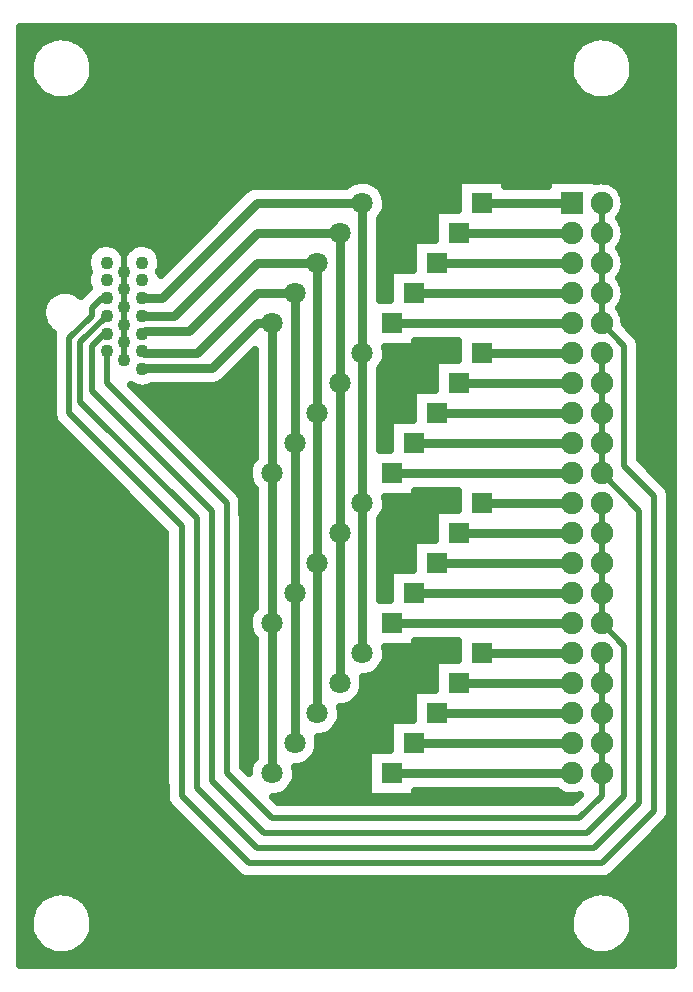
<source format=gbr>
From c3ca4f95bd59f69d45e582a4149327f57a360760 Mon Sep 17 00:00:00 2001
From: jaseg <git@jaseg.de>
Date: Sun, 30 Jan 2022 20:11:38 +0100
Subject: Rename gerbonara/gerber package to just gerbonara

---
 .../tests/resources/diptrace/keyboard_Bottom.gbr   | 1616 --------------------
 1 file changed, 1616 deletions(-)
 delete mode 100644 gerbonara/gerber/tests/resources/diptrace/keyboard_Bottom.gbr

(limited to 'gerbonara/gerber/tests/resources/diptrace/keyboard_Bottom.gbr')

diff --git a/gerbonara/gerber/tests/resources/diptrace/keyboard_Bottom.gbr b/gerbonara/gerber/tests/resources/diptrace/keyboard_Bottom.gbr
deleted file mode 100644
index 0d6f5f3..0000000
--- a/gerbonara/gerber/tests/resources/diptrace/keyboard_Bottom.gbr
+++ /dev/null
@@ -1,1616 +0,0 @@
-G04 DipTrace 2.4.0.1*
-%INkeyboard_Bottom.gbr*%
-%MOIN*%
-%ADD13C,0.03*%
-%ADD14C,0.02*%
-%ADD15C,0.025*%
-%ADD17C,0.0433*%
-%ADD18C,0.0787*%
-%ADD19C,0.0748*%
-%ADD20R,0.0748X0.0748*%
-%ADD21R,0.0709X0.0709*%
-%ADD22C,0.0709*%
-%FSLAX44Y44*%
-G04*
-G70*
-G90*
-G75*
-G01*
-%LNBottom*%
-%LPD*%
-X15461Y29437D2*
-D13*
-Y24437D1*
-Y19437D1*
-Y14437D1*
-X8118Y26278D2*
-X8778D1*
-X11937Y29437D1*
-X15461D1*
-X14711Y28437D2*
-Y23437D1*
-Y18437D1*
-Y13437D1*
-X8118Y25687D2*
-X9187D1*
-X11937Y28437D1*
-X14711D1*
-X13961Y27437D2*
-X11937D1*
-X9687Y25187D1*
-X8209D1*
-X8118Y25096D1*
-X13961Y27437D2*
-Y22437D1*
-Y17437D1*
-Y12437D1*
-X13211Y26437D2*
-X11937D1*
-X9937Y24437D1*
-X8187D1*
-X8118Y24506D1*
-X13211Y26437D2*
-Y21437D1*
-Y16437D1*
-Y11437D1*
-X12461Y25437D2*
-X11937D1*
-X10437Y23937D1*
-X8140D1*
-X8118Y23915D1*
-X12461Y25437D2*
-Y20437D1*
-Y15437D1*
-Y10437D1*
-X7528Y25982D2*
-D14*
-Y25392D1*
-Y24801D1*
-Y24211D1*
-Y25982D2*
-Y26573D1*
-Y27163D1*
-Y28096D1*
-X6937Y28687D1*
-X5039D1*
-X4850Y28876D1*
-X19437Y19437D2*
-D13*
-X22437D1*
-Y18437D2*
-X18687D1*
-X17937Y17437D2*
-X22437D1*
-Y16437D2*
-X17187D1*
-X16437Y15437D2*
-X22437D1*
-Y14437D2*
-X19437D1*
-X18687Y13437D2*
-X22437D1*
-Y12437D2*
-X17937D1*
-X17187Y11437D2*
-X22437D1*
-X19437Y29437D2*
-X22437D1*
-Y28437D2*
-X18687D1*
-X17937Y27437D2*
-X22437D1*
-Y26437D2*
-X17187D1*
-X16437Y25437D2*
-X22437D1*
-Y24437D2*
-X19437D1*
-X18687Y23437D2*
-X22437D1*
-Y22437D2*
-X17937D1*
-X17187Y21437D2*
-X22437D1*
-Y20437D2*
-X16437D1*
-X22437Y10437D2*
-X16437D1*
-X23437Y29437D2*
-D14*
-Y28437D1*
-Y27437D1*
-Y26437D1*
-Y25437D1*
-X24187Y24687D1*
-Y20687D1*
-X25187Y19687D1*
-Y9187D1*
-X23437Y7437D1*
-X11687D1*
-X9437Y9687D1*
-Y18687D1*
-X5687Y22437D1*
-Y24937D1*
-X6437Y25687D1*
-Y25937D1*
-X6778Y26278D1*
-X6937D1*
-X23437Y24437D2*
-Y23437D1*
-Y22437D1*
-Y21437D1*
-Y20437D1*
-X6937Y25687D2*
-X6062Y24812D1*
-Y22812D1*
-X9937Y18937D1*
-Y9937D1*
-X11937Y7937D1*
-X23187D1*
-X24687Y9437D1*
-Y19187D1*
-X23437Y20437D1*
-Y19437D2*
-Y18437D1*
-Y17437D1*
-Y16437D1*
-Y15437D1*
-X6937Y25096D2*
-X6846D1*
-X6437Y24687D1*
-Y23187D1*
-X10437Y19187D1*
-Y10187D1*
-X12187Y8437D1*
-X22937D1*
-X24187Y9687D1*
-Y14687D1*
-X23437Y15437D1*
-Y14437D2*
-Y13437D1*
-Y12437D1*
-Y10437D2*
-Y11437D1*
-Y12437D1*
-Y10437D2*
-Y9687D1*
-X22687Y8937D1*
-X12437D1*
-X10937Y10437D1*
-Y19437D1*
-X6937Y23437D1*
-Y24506D1*
-X4087Y35063D2*
-D15*
-X25789D1*
-X4087Y34815D2*
-X4808D1*
-X6066D2*
-X22808D1*
-X24066D2*
-X25789D1*
-X4087Y34566D2*
-X4555D1*
-X6319D2*
-X22555D1*
-X24319D2*
-X25789D1*
-X4087Y34317D2*
-X4418D1*
-X6456D2*
-X22418D1*
-X24456D2*
-X25789D1*
-X4087Y34069D2*
-X4355D1*
-X6519D2*
-X22355D1*
-X24519D2*
-X25789D1*
-X4087Y33820D2*
-X4355D1*
-X6519D2*
-X22355D1*
-X24519D2*
-X25789D1*
-X4087Y33571D2*
-X4414D1*
-X6460D2*
-X22414D1*
-X24460D2*
-X25789D1*
-X4087Y33323D2*
-X4543D1*
-X6331D2*
-X22543D1*
-X24331D2*
-X25789D1*
-X4087Y33074D2*
-X4789D1*
-X6085D2*
-X22789D1*
-X24085D2*
-X25789D1*
-X4087Y32825D2*
-X25789D1*
-X4087Y32576D2*
-X25789D1*
-X4087Y32328D2*
-X25789D1*
-X4087Y32079D2*
-X25789D1*
-X4087Y31830D2*
-X25789D1*
-X4087Y31582D2*
-X25789D1*
-X4087Y31333D2*
-X25789D1*
-X4087Y31084D2*
-X25789D1*
-X4087Y30836D2*
-X25789D1*
-X4087Y30587D2*
-X25789D1*
-X4087Y30338D2*
-X25789D1*
-X4087Y30090D2*
-X14992D1*
-X15929D2*
-X18621D1*
-X20253D2*
-X21644D1*
-X23870D2*
-X25789D1*
-X4087Y29841D2*
-X11488D1*
-X16163D2*
-X18621D1*
-X24116D2*
-X25789D1*
-X4087Y29592D2*
-X11238D1*
-X16261D2*
-X18621D1*
-X24214D2*
-X25789D1*
-X4087Y29344D2*
-X10992D1*
-X16269D2*
-X18621D1*
-X24226D2*
-X25789D1*
-X4087Y29095D2*
-X10742D1*
-X16198D2*
-X17871D1*
-X24151D2*
-X25789D1*
-X4087Y28846D2*
-X10492D1*
-X16069D2*
-X17871D1*
-X24112D2*
-X25789D1*
-X4087Y28597D2*
-X10246D1*
-X16069D2*
-X17871D1*
-X24214D2*
-X25789D1*
-X4087Y28349D2*
-X9996D1*
-X16069D2*
-X17871D1*
-X24226D2*
-X25789D1*
-X4087Y28100D2*
-X6797D1*
-X7076D2*
-X7980D1*
-X8257D2*
-X9746D1*
-X16069D2*
-X17121D1*
-X24155D2*
-X25789D1*
-X4087Y27851D2*
-X6391D1*
-X7483D2*
-X7573D1*
-X8663D2*
-X9500D1*
-X16069D2*
-X17121D1*
-X24108D2*
-X25789D1*
-X4087Y27603D2*
-X6277D1*
-X8776D2*
-X9250D1*
-X16069D2*
-X17121D1*
-X24214D2*
-X25789D1*
-X4087Y27354D2*
-X6269D1*
-X8784D2*
-X9004D1*
-X16069D2*
-X17121D1*
-X24226D2*
-X25789D1*
-X4087Y27105D2*
-X6305D1*
-X16069D2*
-X16371D1*
-X24155D2*
-X25789D1*
-X4087Y26857D2*
-X6262D1*
-X16069D2*
-X16371D1*
-X24108D2*
-X25789D1*
-X4087Y26608D2*
-X6316D1*
-X16069D2*
-X16371D1*
-X24214D2*
-X25789D1*
-X4087Y26359D2*
-X5019D1*
-X16069D2*
-X16371D1*
-X24226D2*
-X25789D1*
-X4087Y26111D2*
-X4836D1*
-X24159D2*
-X25789D1*
-X4087Y25862D2*
-X4769D1*
-X24105D2*
-X25789D1*
-X4087Y25613D2*
-X4785D1*
-X24210D2*
-X25789D1*
-X4087Y25365D2*
-X4891D1*
-X24292D2*
-X25789D1*
-X4087Y25116D2*
-X5156D1*
-X24538D2*
-X25789D1*
-X4087Y24867D2*
-X5129D1*
-X24714D2*
-X25789D1*
-X4087Y24618D2*
-X5129D1*
-X16253D2*
-X18621D1*
-X24745D2*
-X25789D1*
-X4087Y24370D2*
-X5129D1*
-X11722D2*
-X11848D1*
-X16273D2*
-X18621D1*
-X24745D2*
-X25789D1*
-X4087Y24121D2*
-X5129D1*
-X11472D2*
-X11851D1*
-X16210D2*
-X17871D1*
-X24745D2*
-X25789D1*
-X4087Y23872D2*
-X5129D1*
-X11226D2*
-X11851D1*
-X16069D2*
-X17871D1*
-X24745D2*
-X25789D1*
-X4087Y23624D2*
-X5129D1*
-X10976D2*
-X11851D1*
-X16069D2*
-X17871D1*
-X24745D2*
-X25789D1*
-X4087Y23375D2*
-X5129D1*
-X10624D2*
-X11851D1*
-X16069D2*
-X17871D1*
-X24745D2*
-X25789D1*
-X4087Y23126D2*
-X5129D1*
-X8030D2*
-X11851D1*
-X16069D2*
-X17121D1*
-X24745D2*
-X25789D1*
-X4087Y22878D2*
-X5129D1*
-X8276D2*
-X11851D1*
-X16069D2*
-X17121D1*
-X24745D2*
-X25789D1*
-X4087Y22629D2*
-X5129D1*
-X8526D2*
-X11851D1*
-X16069D2*
-X17121D1*
-X24745D2*
-X25789D1*
-X4087Y22380D2*
-X5129D1*
-X8776D2*
-X11851D1*
-X16069D2*
-X17121D1*
-X24745D2*
-X25789D1*
-X4087Y22132D2*
-X5223D1*
-X9023D2*
-X11851D1*
-X16069D2*
-X16371D1*
-X24745D2*
-X25789D1*
-X4087Y21883D2*
-X5461D1*
-X9273D2*
-X11851D1*
-X16069D2*
-X16371D1*
-X24745D2*
-X25789D1*
-X4087Y21634D2*
-X5707D1*
-X9523D2*
-X11851D1*
-X16069D2*
-X16371D1*
-X24745D2*
-X25789D1*
-X4087Y21386D2*
-X5957D1*
-X9769D2*
-X11851D1*
-X16069D2*
-X16371D1*
-X24745D2*
-X25789D1*
-X4087Y21137D2*
-X6207D1*
-X10019D2*
-X11851D1*
-X24745D2*
-X25789D1*
-X4087Y20888D2*
-X6453D1*
-X10269D2*
-X11789D1*
-X24769D2*
-X25789D1*
-X4087Y20639D2*
-X6703D1*
-X10515D2*
-X11672D1*
-X25015D2*
-X25789D1*
-X4087Y20391D2*
-X6953D1*
-X10765D2*
-X11648D1*
-X25265D2*
-X25789D1*
-X4087Y20142D2*
-X7199D1*
-X11015D2*
-X11703D1*
-X25515D2*
-X25789D1*
-X4087Y19893D2*
-X7449D1*
-X11261D2*
-X11851D1*
-X25706D2*
-X25789D1*
-X4087Y19645D2*
-X7699D1*
-X11456D2*
-X11851D1*
-X16245D2*
-X18621D1*
-X4087Y19396D2*
-X7945D1*
-X11495D2*
-X11851D1*
-X16273D2*
-X18621D1*
-X4087Y19147D2*
-X8195D1*
-X11495D2*
-X11851D1*
-X16218D2*
-X17871D1*
-X4087Y18899D2*
-X8445D1*
-X11495D2*
-X11851D1*
-X16069D2*
-X17871D1*
-X4087Y18650D2*
-X8691D1*
-X11495D2*
-X11851D1*
-X16069D2*
-X17871D1*
-X4087Y18401D2*
-X8879D1*
-X11495D2*
-X11851D1*
-X16069D2*
-X17871D1*
-X4087Y18153D2*
-X8879D1*
-X11495D2*
-X11851D1*
-X16069D2*
-X17121D1*
-X4087Y17904D2*
-X8879D1*
-X11495D2*
-X11851D1*
-X16069D2*
-X17121D1*
-X4087Y17655D2*
-X8879D1*
-X11495D2*
-X11851D1*
-X16069D2*
-X17121D1*
-X4087Y17406D2*
-X8879D1*
-X11495D2*
-X11851D1*
-X16069D2*
-X17121D1*
-X4087Y17158D2*
-X8879D1*
-X11495D2*
-X11851D1*
-X16069D2*
-X16371D1*
-X4087Y16909D2*
-X8879D1*
-X11495D2*
-X11851D1*
-X16069D2*
-X16371D1*
-X4087Y16660D2*
-X8879D1*
-X11495D2*
-X11851D1*
-X16069D2*
-X16371D1*
-X4087Y16412D2*
-X8879D1*
-X11495D2*
-X11851D1*
-X16069D2*
-X16371D1*
-X4087Y16163D2*
-X8879D1*
-X11495D2*
-X11851D1*
-X4087Y15914D2*
-X8879D1*
-X11495D2*
-X11808D1*
-X4087Y15666D2*
-X8879D1*
-X11495D2*
-X11680D1*
-X4087Y15417D2*
-X8879D1*
-X11495D2*
-X11645D1*
-X4087Y15168D2*
-X8879D1*
-X11495D2*
-X11695D1*
-X4087Y14920D2*
-X8879D1*
-X11495D2*
-X11840D1*
-X4087Y14671D2*
-X8879D1*
-X11495D2*
-X11851D1*
-X17253D2*
-X18621D1*
-X4087Y14422D2*
-X8879D1*
-X11495D2*
-X11851D1*
-X16276D2*
-X18621D1*
-X4087Y14174D2*
-X8879D1*
-X11495D2*
-X11851D1*
-X16230D2*
-X17871D1*
-X4087Y13925D2*
-X8879D1*
-X11495D2*
-X11851D1*
-X16085D2*
-X17871D1*
-X4087Y13676D2*
-X8879D1*
-X11495D2*
-X11851D1*
-X15694D2*
-X17871D1*
-X4087Y13427D2*
-X8879D1*
-X11495D2*
-X11851D1*
-X15526D2*
-X17871D1*
-X4087Y13179D2*
-X8879D1*
-X11495D2*
-X11851D1*
-X15480D2*
-X17121D1*
-X4087Y12930D2*
-X8879D1*
-X11495D2*
-X11851D1*
-X15339D2*
-X17121D1*
-X4087Y12681D2*
-X8879D1*
-X11495D2*
-X11851D1*
-X14964D2*
-X17121D1*
-X4087Y12433D2*
-X8879D1*
-X11495D2*
-X11851D1*
-X14776D2*
-X17121D1*
-X4087Y12184D2*
-X8879D1*
-X11495D2*
-X11851D1*
-X14733D2*
-X16371D1*
-X4087Y11935D2*
-X8879D1*
-X11495D2*
-X11851D1*
-X14597D2*
-X16371D1*
-X4087Y11687D2*
-X8879D1*
-X11495D2*
-X11851D1*
-X14230D2*
-X16371D1*
-X4087Y11438D2*
-X8879D1*
-X11495D2*
-X11851D1*
-X14026D2*
-X16371D1*
-X4087Y11189D2*
-X8879D1*
-X11495D2*
-X11851D1*
-X13983D2*
-X15621D1*
-X4087Y10941D2*
-X8879D1*
-X11495D2*
-X11828D1*
-X13851D2*
-X15621D1*
-X4087Y10692D2*
-X8879D1*
-X11495D2*
-X11687D1*
-X13495D2*
-X15621D1*
-X4087Y10443D2*
-X8879D1*
-X13276D2*
-X15621D1*
-X4087Y10195D2*
-X8879D1*
-X13237D2*
-X15621D1*
-X4087Y9946D2*
-X8879D1*
-X13105D2*
-X15621D1*
-X4087Y9697D2*
-X8879D1*
-X12761D2*
-X15621D1*
-X17253D2*
-X22199D1*
-X4087Y9448D2*
-X8933D1*
-X4087Y9200D2*
-X9144D1*
-X4087Y8951D2*
-X9391D1*
-X25691D2*
-X25789D1*
-X4087Y8702D2*
-X9641D1*
-X25483D2*
-X25789D1*
-X4087Y8454D2*
-X9891D1*
-X25233D2*
-X25789D1*
-X4087Y8205D2*
-X10137D1*
-X24987D2*
-X25789D1*
-X4087Y7956D2*
-X10387D1*
-X24737D2*
-X25789D1*
-X4087Y7708D2*
-X10637D1*
-X24487D2*
-X25789D1*
-X4087Y7459D2*
-X10883D1*
-X24241D2*
-X25789D1*
-X4087Y7210D2*
-X11133D1*
-X23991D2*
-X25789D1*
-X4087Y6962D2*
-X11418D1*
-X23706D2*
-X25789D1*
-X4087Y6713D2*
-X25789D1*
-X4087Y6464D2*
-X5133D1*
-X5741D2*
-X23133D1*
-X23741D2*
-X25789D1*
-X4087Y6216D2*
-X4687D1*
-X6187D2*
-X22687D1*
-X24187D2*
-X25789D1*
-X4087Y5967D2*
-X4488D1*
-X6386D2*
-X22488D1*
-X24386D2*
-X25789D1*
-X4087Y5718D2*
-X4387D1*
-X6487D2*
-X22387D1*
-X24487D2*
-X25789D1*
-X4087Y5469D2*
-X4348D1*
-X6526D2*
-X22348D1*
-X24526D2*
-X25789D1*
-X4087Y5221D2*
-X4371D1*
-X6503D2*
-X22371D1*
-X24503D2*
-X25789D1*
-X4087Y4972D2*
-X4453D1*
-X6421D2*
-X22453D1*
-X24421D2*
-X25789D1*
-X4087Y4723D2*
-X4621D1*
-X6253D2*
-X22621D1*
-X24253D2*
-X25789D1*
-X4087Y4475D2*
-X4957D1*
-X5917D2*
-X22957D1*
-X23917D2*
-X25789D1*
-X4087Y4226D2*
-X25789D1*
-X8441Y23353D2*
-X8384Y23320D1*
-X8265Y23281D1*
-X8142Y23264D1*
-X8017Y23272D1*
-X7896Y23303D1*
-X7749Y23382D1*
-X11315Y19815D1*
-X11393Y19717D1*
-X11445Y19604D1*
-X11469Y19493D1*
-X11472Y18562D1*
-Y10660D1*
-X11672Y10459D1*
-X11685Y10581D1*
-X11717Y10702D1*
-X11768Y10816D1*
-X11837Y10920D1*
-X11876Y10964D1*
-Y14910D1*
-X11813Y14986D1*
-X11750Y15094D1*
-X11705Y15210D1*
-X11678Y15333D1*
-X11672Y15457D1*
-X11685Y15581D1*
-X11717Y15702D1*
-X11768Y15816D1*
-X11837Y15920D1*
-X11876Y15964D1*
-Y19910D1*
-X11813Y19986D1*
-X11750Y20094D1*
-X11705Y20210D1*
-X11678Y20333D1*
-X11672Y20457D1*
-X11685Y20581D1*
-X11717Y20702D1*
-X11768Y20816D1*
-X11837Y20920D1*
-X11876Y20964D1*
-Y24550D1*
-X10851Y23523D1*
-X10754Y23445D1*
-X10642Y23389D1*
-X10525Y23359D1*
-X10312Y23352D1*
-X8449D1*
-X8696Y27164D2*
-X8738Y27064D1*
-X11523Y29851D1*
-X11620Y29929D1*
-X11732Y29985D1*
-X11850Y30015D1*
-X12062Y30022D1*
-X14933D1*
-X15018Y30091D1*
-X15127Y30152D1*
-X15244Y30196D1*
-X15366Y30221D1*
-X15491Y30226D1*
-X15615Y30211D1*
-X15735Y30177D1*
-X15848Y30125D1*
-X15952Y30055D1*
-X16043Y29970D1*
-X16120Y29871D1*
-X16180Y29762D1*
-X16222Y29644D1*
-X16245Y29521D1*
-X16250Y29437D1*
-X16240Y29313D1*
-X16211Y29191D1*
-X16163Y29076D1*
-X16097Y28970D1*
-X16043Y28908D1*
-X16046Y26812D1*
-Y26230D1*
-X16402Y26226D1*
-X16398Y26648D1*
-Y27226D1*
-X17152D1*
-X17148Y27648D1*
-Y28226D1*
-X17902D1*
-X17898Y28648D1*
-Y29226D1*
-X18652D1*
-X18648Y29648D1*
-Y30226D1*
-X20226D1*
-Y30019D1*
-X21667Y30022D1*
-Y30207D1*
-X23207D1*
-Y30171D1*
-X23311Y30196D1*
-X23435Y30207D1*
-X23560Y30197D1*
-X23681Y30167D1*
-X23796Y30118D1*
-X23901Y30051D1*
-X23994Y29968D1*
-X24073Y29871D1*
-X24135Y29762D1*
-X24178Y29645D1*
-X24202Y29523D1*
-X24207Y29437D1*
-X24197Y29313D1*
-X24166Y29191D1*
-X24117Y29077D1*
-X24021Y28939D1*
-X24073Y28871D1*
-X24135Y28762D1*
-X24178Y28645D1*
-X24202Y28523D1*
-X24207Y28437D1*
-X24197Y28313D1*
-X24166Y28191D1*
-X24117Y28077D1*
-X24021Y27939D1*
-X24073Y27871D1*
-X24135Y27762D1*
-X24178Y27645D1*
-X24202Y27523D1*
-X24207Y27437D1*
-X24197Y27313D1*
-X24166Y27191D1*
-X24117Y27077D1*
-X24021Y26939D1*
-X24073Y26871D1*
-X24135Y26762D1*
-X24178Y26645D1*
-X24202Y26523D1*
-X24207Y26437D1*
-X24197Y26313D1*
-X24166Y26191D1*
-X24117Y26077D1*
-X24021Y25939D1*
-X24073Y25871D1*
-X24135Y25762D1*
-X24178Y25645D1*
-X24202Y25523D1*
-X24206Y25425D1*
-X24565Y25065D1*
-X24643Y24967D1*
-X24695Y24854D1*
-X24719Y24743D1*
-X24722Y23812D1*
-Y20910D1*
-X25565Y20065D1*
-X25643Y19967D1*
-X25695Y19854D1*
-X25719Y19743D1*
-X25722Y18812D1*
-Y9187D1*
-X25707Y9063D1*
-X25665Y8946D1*
-X25603Y8850D1*
-X24947Y8190D1*
-X23815Y7059D1*
-X23717Y6981D1*
-X23604Y6929D1*
-X23493Y6905D1*
-X22562Y6902D1*
-X11687D1*
-X11563Y6917D1*
-X11446Y6959D1*
-X11350Y7021D1*
-X10690Y7677D1*
-X9059Y9309D1*
-X8981Y9407D1*
-X8929Y9520D1*
-X8905Y9631D1*
-X8902Y10562D1*
-Y18464D1*
-X5309Y22059D1*
-X5231Y22157D1*
-X5179Y22270D1*
-X5155Y22381D1*
-X5152Y23312D1*
-Y24937D1*
-X5165Y25054D1*
-X5163Y25126D1*
-X5061Y25198D1*
-X4973Y25286D1*
-X4900Y25388D1*
-X4844Y25500D1*
-X4808Y25619D1*
-X4791Y25743D1*
-X4794Y25867D1*
-X4817Y25990D1*
-X4860Y26107D1*
-X4921Y26216D1*
-X4999Y26314D1*
-X5092Y26397D1*
-X5197Y26465D1*
-X5312Y26514D1*
-X5433Y26545D1*
-X5557Y26555D1*
-X5682Y26545D1*
-X5803Y26515D1*
-X5918Y26466D1*
-X6023Y26399D1*
-X6084Y26345D1*
-X6345Y26602D1*
-X6308Y26698D1*
-X6287Y26821D1*
-X6290Y26946D1*
-X6317Y27068D1*
-X6359Y27165D1*
-X6308Y27289D1*
-X6287Y27412D1*
-X6290Y27537D1*
-X6317Y27659D1*
-X6366Y27773D1*
-X6437Y27876D1*
-X6526Y27964D1*
-X6629Y28033D1*
-X6745Y28081D1*
-X6867Y28106D1*
-X6992Y28108D1*
-X7114Y28086D1*
-X7231Y28040D1*
-X7336Y27974D1*
-X7427Y27888D1*
-X7500Y27787D1*
-X7524Y27734D1*
-X7618Y27876D1*
-X7707Y27964D1*
-X7811Y28033D1*
-X7926Y28081D1*
-X8048Y28106D1*
-X8173Y28108D1*
-X8296Y28086D1*
-X8412Y28040D1*
-X8517Y27974D1*
-X8608Y27888D1*
-X8681Y27787D1*
-X8733Y27673D1*
-X8763Y27552D1*
-X8770Y27459D1*
-X8758Y27334D1*
-X8722Y27215D1*
-X8699Y27170D1*
-X22713Y9721D2*
-X22643Y9696D1*
-X22521Y9672D1*
-X22396Y9668D1*
-X22272Y9685D1*
-X22153Y9722D1*
-X22041Y9777D1*
-X21937Y9852D1*
-X17226Y9851D1*
-Y9648D1*
-X15648D1*
-Y11226D1*
-X16402D1*
-X16398Y11648D1*
-Y12226D1*
-X17152D1*
-X17148Y12648D1*
-Y13226D1*
-X17902D1*
-X17898Y13648D1*
-Y14226D1*
-X18652D1*
-X18648Y14648D1*
-Y14855D1*
-X17230Y14852D1*
-X17226Y14648D1*
-X16222Y14644D1*
-X16245Y14521D1*
-X16250Y14437D1*
-X16240Y14313D1*
-X16211Y14191D1*
-X16163Y14076D1*
-X16097Y13970D1*
-X16015Y13875D1*
-X15920Y13795D1*
-X15813Y13731D1*
-X15697Y13684D1*
-X15575Y13656D1*
-X15472Y13644D1*
-X15495Y13521D1*
-X15500Y13437D1*
-X15490Y13313D1*
-X15461Y13191D1*
-X15413Y13076D1*
-X15347Y12970D1*
-X15265Y12875D1*
-X15170Y12795D1*
-X15063Y12731D1*
-X14947Y12684D1*
-X14825Y12656D1*
-X14722Y12644D1*
-X14745Y12521D1*
-X14750Y12437D1*
-X14740Y12313D1*
-X14711Y12191D1*
-X14663Y12076D1*
-X14597Y11970D1*
-X14515Y11875D1*
-X14420Y11795D1*
-X14313Y11731D1*
-X14197Y11684D1*
-X14075Y11656D1*
-X13972Y11644D1*
-X13995Y11521D1*
-X14000Y11437D1*
-X13990Y11313D1*
-X13961Y11191D1*
-X13913Y11076D1*
-X13847Y10970D1*
-X13765Y10875D1*
-X13670Y10795D1*
-X13563Y10731D1*
-X13447Y10684D1*
-X13325Y10656D1*
-X13222Y10644D1*
-X13245Y10521D1*
-X13250Y10437D1*
-X13240Y10313D1*
-X13211Y10191D1*
-X13163Y10076D1*
-X13097Y9970D1*
-X13015Y9875D1*
-X12920Y9795D1*
-X12813Y9731D1*
-X12697Y9684D1*
-X12575Y9656D1*
-X12478Y9650D1*
-X12660Y9470D1*
-X15312Y9472D1*
-X22464D1*
-X22709Y9716D1*
-X17226Y24855D2*
-Y24648D1*
-X16222Y24644D1*
-X16245Y24521D1*
-X16250Y24437D1*
-X16240Y24313D1*
-X16211Y24191D1*
-X16163Y24076D1*
-X16097Y23970D1*
-X16043Y23908D1*
-X16046Y21812D1*
-Y21230D1*
-X16402Y21226D1*
-X16398Y21648D1*
-Y22226D1*
-X17152D1*
-X17148Y22648D1*
-Y23226D1*
-X17902D1*
-X17898Y23648D1*
-Y24226D1*
-X18652D1*
-X18648Y24648D1*
-Y24855D1*
-X17230Y24852D1*
-X17226Y19855D2*
-Y19648D1*
-X16222Y19644D1*
-X16245Y19521D1*
-X16250Y19437D1*
-X16240Y19313D1*
-X16211Y19191D1*
-X16163Y19076D1*
-X16097Y18970D1*
-X16043Y18908D1*
-X16046Y16812D1*
-Y16230D1*
-X16402Y16226D1*
-X16398Y16648D1*
-Y17226D1*
-X17152D1*
-X17148Y17648D1*
-Y18226D1*
-X17902D1*
-X17898Y18648D1*
-Y19226D1*
-X18652D1*
-X18648Y19648D1*
-Y19855D1*
-X17230Y19852D1*
-X24495Y33812D2*
-X24473Y33689D1*
-X24437Y33570D1*
-X24387Y33455D1*
-X24324Y33347D1*
-X24249Y33247D1*
-X24162Y33157D1*
-X24066Y33078D1*
-X23961Y33010D1*
-X23849Y32955D1*
-X23731Y32913D1*
-X23609Y32886D1*
-X23485Y32873D1*
-X23360Y32875D1*
-X23236Y32891D1*
-X23115Y32922D1*
-X22998Y32967D1*
-X22888Y33025D1*
-X22785Y33095D1*
-X22691Y33178D1*
-X22607Y33270D1*
-X22534Y33372D1*
-X22474Y33482D1*
-X22428Y33597D1*
-X22395Y33718D1*
-X22376Y33842D1*
-X22372Y33966D1*
-X22383Y34091D1*
-X22409Y34213D1*
-X22448Y34332D1*
-X22501Y34445D1*
-X22567Y34551D1*
-X22645Y34649D1*
-X22734Y34737D1*
-X22832Y34813D1*
-X22939Y34878D1*
-X23053Y34930D1*
-X23172Y34968D1*
-X23294Y34992D1*
-X23419Y35002D1*
-X23544Y34997D1*
-X23667Y34977D1*
-X23787Y34943D1*
-X23902Y34895D1*
-X24011Y34834D1*
-X24112Y34760D1*
-X24204Y34676D1*
-X24285Y34581D1*
-X24355Y34477D1*
-X24412Y34366D1*
-X24455Y34248D1*
-X24485Y34127D1*
-X24502Y33937D1*
-X24495Y33812D1*
-X6495D2*
-X6473Y33689D1*
-X6437Y33570D1*
-X6387Y33455D1*
-X6324Y33347D1*
-X6249Y33247D1*
-X6162Y33157D1*
-X6066Y33078D1*
-X5961Y33010D1*
-X5849Y32955D1*
-X5731Y32913D1*
-X5609Y32886D1*
-X5485Y32873D1*
-X5360Y32875D1*
-X5236Y32891D1*
-X5115Y32922D1*
-X4998Y32967D1*
-X4888Y33025D1*
-X4785Y33095D1*
-X4691Y33178D1*
-X4607Y33270D1*
-X4534Y33372D1*
-X4474Y33482D1*
-X4428Y33597D1*
-X4395Y33718D1*
-X4376Y33842D1*
-X4372Y33966D1*
-X4383Y34091D1*
-X4409Y34213D1*
-X4448Y34332D1*
-X4501Y34445D1*
-X4567Y34551D1*
-X4645Y34649D1*
-X4734Y34737D1*
-X4832Y34813D1*
-X4939Y34878D1*
-X5053Y34930D1*
-X5172Y34968D1*
-X5294Y34992D1*
-X5419Y35002D1*
-X5544Y34997D1*
-X5667Y34977D1*
-X5787Y34943D1*
-X5902Y34895D1*
-X6011Y34834D1*
-X6112Y34760D1*
-X6204Y34676D1*
-X6285Y34581D1*
-X6355Y34477D1*
-X6412Y34366D1*
-X6455Y34248D1*
-X6485Y34127D1*
-X6502Y33937D1*
-X6495Y33812D1*
-X24495Y5312D2*
-X24473Y5189D1*
-X24437Y5070D1*
-X24387Y4955D1*
-X24324Y4847D1*
-X24249Y4747D1*
-X24162Y4657D1*
-X24066Y4578D1*
-X23961Y4510D1*
-X23849Y4455D1*
-X23731Y4413D1*
-X23609Y4386D1*
-X23485Y4373D1*
-X23360Y4375D1*
-X23236Y4391D1*
-X23115Y4422D1*
-X22998Y4467D1*
-X22888Y4525D1*
-X22785Y4595D1*
-X22691Y4678D1*
-X22607Y4770D1*
-X22534Y4872D1*
-X22474Y4982D1*
-X22428Y5097D1*
-X22395Y5218D1*
-X22376Y5342D1*
-X22372Y5466D1*
-X22383Y5591D1*
-X22409Y5713D1*
-X22448Y5832D1*
-X22501Y5945D1*
-X22567Y6051D1*
-X22645Y6149D1*
-X22734Y6237D1*
-X22832Y6313D1*
-X22939Y6378D1*
-X23053Y6430D1*
-X23172Y6468D1*
-X23294Y6492D1*
-X23419Y6502D1*
-X23544Y6497D1*
-X23667Y6477D1*
-X23787Y6443D1*
-X23902Y6395D1*
-X24011Y6334D1*
-X24112Y6260D1*
-X24204Y6176D1*
-X24285Y6081D1*
-X24355Y5977D1*
-X24412Y5866D1*
-X24455Y5748D1*
-X24485Y5627D1*
-X24502Y5437D1*
-X24495Y5312D1*
-X6495D2*
-X6473Y5189D1*
-X6437Y5070D1*
-X6387Y4955D1*
-X6324Y4847D1*
-X6249Y4747D1*
-X6162Y4657D1*
-X6066Y4578D1*
-X5961Y4510D1*
-X5849Y4455D1*
-X5731Y4413D1*
-X5609Y4386D1*
-X5485Y4373D1*
-X5360Y4375D1*
-X5236Y4391D1*
-X5115Y4422D1*
-X4998Y4467D1*
-X4888Y4525D1*
-X4785Y4595D1*
-X4691Y4678D1*
-X4607Y4770D1*
-X4534Y4872D1*
-X4474Y4982D1*
-X4428Y5097D1*
-X4395Y5218D1*
-X4376Y5342D1*
-X4372Y5466D1*
-X4383Y5591D1*
-X4409Y5713D1*
-X4448Y5832D1*
-X4501Y5945D1*
-X4567Y6051D1*
-X4645Y6149D1*
-X4734Y6237D1*
-X4832Y6313D1*
-X4939Y6378D1*
-X5053Y6430D1*
-X5172Y6468D1*
-X5294Y6492D1*
-X5419Y6502D1*
-X5544Y6497D1*
-X5667Y6477D1*
-X5787Y6443D1*
-X5902Y6395D1*
-X6011Y6334D1*
-X6112Y6260D1*
-X6204Y6176D1*
-X6285Y6081D1*
-X6355Y5977D1*
-X6412Y5866D1*
-X6455Y5748D1*
-X6485Y5627D1*
-X6502Y5437D1*
-X6495Y5312D1*
-X25687Y35312D2*
-X4062D1*
-Y4062D1*
-X25812D1*
-Y35312D1*
-X25687D1*
-D17*
-X6937Y25687D3*
-X8118D3*
-X6937Y25096D3*
-Y24506D3*
-X7528Y25392D3*
-Y24801D3*
-Y24211D3*
-X8118Y23915D3*
-Y24506D3*
-Y25096D3*
-Y26278D3*
-Y26868D3*
-Y27459D3*
-X6937D3*
-Y26868D3*
-Y26278D3*
-X7528Y25982D3*
-Y26573D3*
-Y27163D3*
-D18*
-X4850Y28876D3*
-Y22695D3*
-D19*
-X22437Y10437D3*
-Y11437D3*
-Y12437D3*
-Y13437D3*
-Y14437D3*
-Y15437D3*
-Y16437D3*
-Y17437D3*
-Y18437D3*
-Y19437D3*
-Y20437D3*
-Y21437D3*
-Y22437D3*
-Y23437D3*
-Y24437D3*
-Y25437D3*
-Y26437D3*
-Y27437D3*
-Y28437D3*
-D20*
-Y29437D3*
-D19*
-X23437D3*
-Y28437D3*
-Y27437D3*
-Y26437D3*
-Y25437D3*
-Y24437D3*
-Y23437D3*
-Y22437D3*
-Y21437D3*
-Y20437D3*
-Y19437D3*
-Y18437D3*
-Y17437D3*
-Y16437D3*
-Y15437D3*
-Y14437D3*
-Y13437D3*
-Y12437D3*
-Y11437D3*
-Y10437D3*
-D21*
-X19437Y29437D3*
-D22*
-X15461D3*
-D21*
-X18687Y28437D3*
-D22*
-X14711D3*
-D21*
-X17937Y27437D3*
-D22*
-X13961D3*
-D21*
-X17187Y26437D3*
-D22*
-X13211D3*
-D21*
-X16437Y25437D3*
-D22*
-X12461D3*
-D21*
-X19437Y24437D3*
-D22*
-X15461D3*
-D21*
-X18687Y23437D3*
-D22*
-X14711D3*
-D21*
-X17937Y22437D3*
-D22*
-X13961D3*
-D21*
-X17187Y21437D3*
-D22*
-X13211D3*
-D21*
-X16437Y20437D3*
-D22*
-X12461D3*
-D21*
-X19437Y19437D3*
-D22*
-X15461D3*
-D21*
-X18687Y18437D3*
-D22*
-X14711D3*
-D21*
-X17937Y17437D3*
-D22*
-X13961D3*
-D21*
-X17187Y16437D3*
-D22*
-X13211D3*
-D21*
-X16437Y15437D3*
-D22*
-X12461D3*
-D21*
-X19437Y14437D3*
-D22*
-X15461D3*
-D21*
-X18687Y13437D3*
-D22*
-X14711D3*
-D21*
-X17937Y12437D3*
-D22*
-X13961D3*
-D21*
-X17187Y11437D3*
-D22*
-X13211D3*
-D21*
-X16437Y10437D3*
-D22*
-X12461D3*
-M02*
-- 
cgit 


</source>
